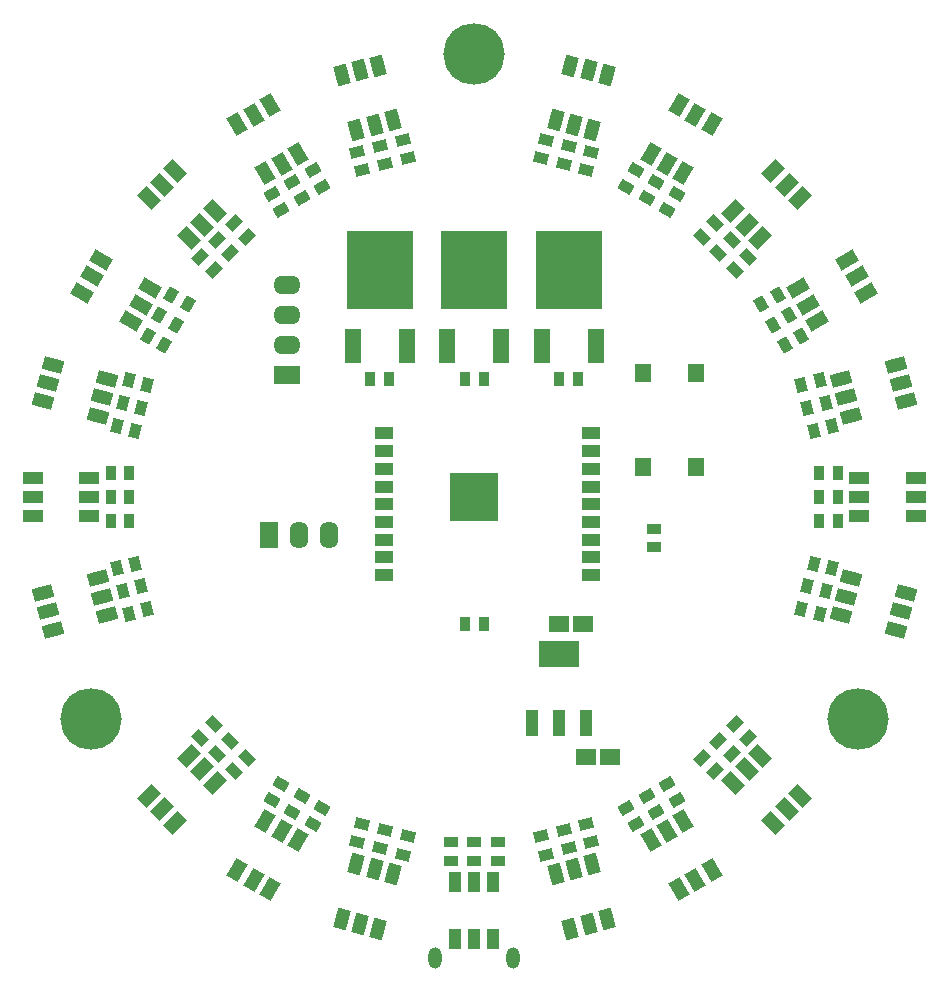
<source format=gbr>
%TF.GenerationSoftware,Altium Limited,Altium Designer,21.6.4 (81)*%
G04 Layer_Color=8388736*
%FSLAX45Y45*%
%MOMM*%
%TF.SameCoordinates,213DF370-AA75-4346-93E6-04E6A5F56B15*%
%TF.FilePolarity,Negative*%
%TF.FileFunction,Soldermask,Top*%
%TF.Part,Single*%
G01*
G75*
%TA.AperFunction,SMDPad,CuDef*%
%ADD36R,1.60000X1.00000*%
%TA.AperFunction,ComponentPad*%
G04:AMPARAMS|DCode=60|XSize=1.1032mm|YSize=1.8032mm|CornerRadius=0.5516mm|HoleSize=0mm|Usage=FLASHONLY|Rotation=180.000|XOffset=0mm|YOffset=0mm|HoleType=Round|Shape=RoundedRectangle|*
%AMROUNDEDRECTD60*
21,1,1.10320,0.70000,0,0,180.0*
21,1,0.00000,1.80320,0,0,180.0*
1,1,1.10320,0.00000,0.35000*
1,1,1.10320,0.00000,0.35000*
1,1,1.10320,0.00000,-0.35000*
1,1,1.10320,0.00000,-0.35000*
%
%ADD60ROUNDEDRECTD60*%
%ADD61R,1.60000X2.30000*%
%ADD62O,1.60000X2.30000*%
%ADD63R,4.10000X4.10000*%
%ADD64O,2.30000X1.60000*%
%ADD65R,2.30000X1.60000*%
%ADD66C,5.20320*%
%TA.AperFunction,SMDPad,CuDef*%
%ADD70R,0.90320X1.20320*%
%ADD71R,1.05000X2.25000*%
%ADD72R,3.35000X2.25000*%
G04:AMPARAMS|DCode=73|XSize=1.7mm|YSize=1.1mm|CornerRadius=0mm|HoleSize=0mm|Usage=FLASHONLY|Rotation=315.000|XOffset=0mm|YOffset=0mm|HoleType=Round|Shape=Rectangle|*
%AMROTATEDRECTD73*
4,1,4,-0.98995,0.21213,-0.21213,0.98995,0.98995,-0.21213,0.21213,-0.98995,-0.98995,0.21213,0.0*
%
%ADD73ROTATEDRECTD73*%

G04:AMPARAMS|DCode=74|XSize=0.9032mm|YSize=1.2032mm|CornerRadius=0mm|HoleSize=0mm|Usage=FLASHONLY|Rotation=75.000|XOffset=0mm|YOffset=0mm|HoleType=Round|Shape=Rectangle|*
%AMROTATEDRECTD74*
4,1,4,0.46422,-0.59192,-0.69798,-0.28051,-0.46422,0.59192,0.69798,0.28051,0.46422,-0.59192,0.0*
%
%ADD74ROTATEDRECTD74*%

G04:AMPARAMS|DCode=75|XSize=0.9032mm|YSize=1.2032mm|CornerRadius=0mm|HoleSize=0mm|Usage=FLASHONLY|Rotation=60.000|XOffset=0mm|YOffset=0mm|HoleType=Round|Shape=Rectangle|*
%AMROTATEDRECTD75*
4,1,4,0.29520,-0.69190,-0.74680,-0.09030,-0.29520,0.69190,0.74680,0.09030,0.29520,-0.69190,0.0*
%
%ADD75ROTATEDRECTD75*%

G04:AMPARAMS|DCode=76|XSize=0.9032mm|YSize=1.2032mm|CornerRadius=0mm|HoleSize=0mm|Usage=FLASHONLY|Rotation=345.000|XOffset=0mm|YOffset=0mm|HoleType=Round|Shape=Rectangle|*
%AMROTATEDRECTD76*
4,1,4,-0.59192,-0.46422,-0.28051,0.69798,0.59192,0.46422,0.28051,-0.69798,-0.59192,-0.46422,0.0*
%
%ADD76ROTATEDRECTD76*%

G04:AMPARAMS|DCode=77|XSize=0.9032mm|YSize=1.2032mm|CornerRadius=0mm|HoleSize=0mm|Usage=FLASHONLY|Rotation=315.000|XOffset=0mm|YOffset=0mm|HoleType=Round|Shape=Rectangle|*
%AMROTATEDRECTD77*
4,1,4,-0.74473,-0.10607,0.10607,0.74473,0.74473,0.10607,-0.10607,-0.74473,-0.74473,-0.10607,0.0*
%
%ADD77ROTATEDRECTD77*%

G04:AMPARAMS|DCode=78|XSize=0.9032mm|YSize=1.2032mm|CornerRadius=0mm|HoleSize=0mm|Usage=FLASHONLY|Rotation=285.000|XOffset=0mm|YOffset=0mm|HoleType=Round|Shape=Rectangle|*
%AMROTATEDRECTD78*
4,1,4,-0.69798,0.28051,0.46422,0.59192,0.69798,-0.28051,-0.46422,-0.59192,-0.69798,0.28051,0.0*
%
%ADD78ROTATEDRECTD78*%

G04:AMPARAMS|DCode=79|XSize=0.9032mm|YSize=1.2032mm|CornerRadius=0mm|HoleSize=0mm|Usage=FLASHONLY|Rotation=120.000|XOffset=0mm|YOffset=0mm|HoleType=Round|Shape=Rectangle|*
%AMROTATEDRECTD79*
4,1,4,0.74680,-0.09030,-0.29520,-0.69190,-0.74680,0.09030,0.29520,0.69190,0.74680,-0.09030,0.0*
%
%ADD79ROTATEDRECTD79*%

G04:AMPARAMS|DCode=80|XSize=1.7mm|YSize=1.1mm|CornerRadius=0mm|HoleSize=0mm|Usage=FLASHONLY|Rotation=45.000|XOffset=0mm|YOffset=0mm|HoleType=Round|Shape=Rectangle|*
%AMROTATEDRECTD80*
4,1,4,-0.21213,-0.98995,-0.98995,-0.21213,0.21213,0.98995,0.98995,0.21213,-0.21213,-0.98995,0.0*
%
%ADD80ROTATEDRECTD80*%

G04:AMPARAMS|DCode=81|XSize=0.9032mm|YSize=1.2032mm|CornerRadius=0mm|HoleSize=0mm|Usage=FLASHONLY|Rotation=15.000|XOffset=0mm|YOffset=0mm|HoleType=Round|Shape=Rectangle|*
%AMROTATEDRECTD81*
4,1,4,-0.28051,-0.69798,-0.59192,0.46422,0.28051,0.69798,0.59192,-0.46422,-0.28051,-0.69798,0.0*
%
%ADD81ROTATEDRECTD81*%

%ADD82R,5.65000X6.60000*%
%ADD83R,1.35000X2.95000*%
%ADD84R,1.20320X0.90320*%
G04:AMPARAMS|DCode=85|XSize=0.9032mm|YSize=1.2032mm|CornerRadius=0mm|HoleSize=0mm|Usage=FLASHONLY|Rotation=45.000|XOffset=0mm|YOffset=0mm|HoleType=Round|Shape=Rectangle|*
%AMROTATEDRECTD85*
4,1,4,0.10607,-0.74473,-0.74473,0.10607,-0.10607,0.74473,0.74473,-0.10607,0.10607,-0.74473,0.0*
%
%ADD85ROTATEDRECTD85*%

%ADD86R,1.65320X1.35320*%
G04:AMPARAMS|DCode=87|XSize=0.9032mm|YSize=1.2032mm|CornerRadius=0mm|HoleSize=0mm|Usage=FLASHONLY|Rotation=210.000|XOffset=0mm|YOffset=0mm|HoleType=Round|Shape=Rectangle|*
%AMROTATEDRECTD87*
4,1,4,0.09030,0.74680,0.69190,-0.29520,-0.09030,-0.74680,-0.69190,0.29520,0.09030,0.74680,0.0*
%
%ADD87ROTATEDRECTD87*%

%ADD88R,1.40000X1.65000*%
G04:AMPARAMS|DCode=89|XSize=0.9032mm|YSize=1.2032mm|CornerRadius=0mm|HoleSize=0mm|Usage=FLASHONLY|Rotation=330.000|XOffset=0mm|YOffset=0mm|HoleType=Round|Shape=Rectangle|*
%AMROTATEDRECTD89*
4,1,4,-0.69190,-0.29520,-0.09030,0.74680,0.69190,0.29520,0.09030,-0.74680,-0.69190,-0.29520,0.0*
%
%ADD89ROTATEDRECTD89*%

G04:AMPARAMS|DCode=90|XSize=1.7mm|YSize=1.1mm|CornerRadius=0mm|HoleSize=0mm|Usage=FLASHONLY|Rotation=105.000|XOffset=0mm|YOffset=0mm|HoleType=Round|Shape=Rectangle|*
%AMROTATEDRECTD90*
4,1,4,0.75126,-0.67869,-0.31126,-0.96339,-0.75126,0.67869,0.31126,0.96339,0.75126,-0.67869,0.0*
%
%ADD90ROTATEDRECTD90*%

G04:AMPARAMS|DCode=91|XSize=1.7mm|YSize=1.1mm|CornerRadius=0mm|HoleSize=0mm|Usage=FLASHONLY|Rotation=120.000|XOffset=0mm|YOffset=0mm|HoleType=Round|Shape=Rectangle|*
%AMROTATEDRECTD91*
4,1,4,0.90132,-0.46112,-0.05132,-1.01112,-0.90132,0.46112,0.05132,1.01112,0.90132,-0.46112,0.0*
%
%ADD91ROTATEDRECTD91*%

G04:AMPARAMS|DCode=92|XSize=1.7mm|YSize=1.1mm|CornerRadius=0mm|HoleSize=0mm|Usage=FLASHONLY|Rotation=150.000|XOffset=0mm|YOffset=0mm|HoleType=Round|Shape=Rectangle|*
%AMROTATEDRECTD92*
4,1,4,1.01112,0.05132,0.46112,-0.90132,-1.01112,-0.05132,-0.46112,0.90132,1.01112,0.05132,0.0*
%
%ADD92ROTATEDRECTD92*%

G04:AMPARAMS|DCode=93|XSize=1.7mm|YSize=1.1mm|CornerRadius=0mm|HoleSize=0mm|Usage=FLASHONLY|Rotation=165.000|XOffset=0mm|YOffset=0mm|HoleType=Round|Shape=Rectangle|*
%AMROTATEDRECTD93*
4,1,4,0.96339,0.31126,0.67869,-0.75126,-0.96339,-0.31126,-0.67869,0.75126,0.96339,0.31126,0.0*
%
%ADD93ROTATEDRECTD93*%

%ADD94R,1.70000X1.10000*%
G04:AMPARAMS|DCode=95|XSize=1.7mm|YSize=1.1mm|CornerRadius=0mm|HoleSize=0mm|Usage=FLASHONLY|Rotation=195.000|XOffset=0mm|YOffset=0mm|HoleType=Round|Shape=Rectangle|*
%AMROTATEDRECTD95*
4,1,4,0.67869,0.75126,0.96339,-0.31126,-0.67869,-0.75126,-0.96339,0.31126,0.67869,0.75126,0.0*
%
%ADD95ROTATEDRECTD95*%

G04:AMPARAMS|DCode=96|XSize=1.7mm|YSize=1.1mm|CornerRadius=0mm|HoleSize=0mm|Usage=FLASHONLY|Rotation=240.000|XOffset=0mm|YOffset=0mm|HoleType=Round|Shape=Rectangle|*
%AMROTATEDRECTD96*
4,1,4,-0.05132,1.01112,0.90132,0.46112,0.05132,-1.01112,-0.90132,-0.46112,-0.05132,1.01112,0.0*
%
%ADD96ROTATEDRECTD96*%

G04:AMPARAMS|DCode=97|XSize=1.7mm|YSize=1.1mm|CornerRadius=0mm|HoleSize=0mm|Usage=FLASHONLY|Rotation=255.000|XOffset=0mm|YOffset=0mm|HoleType=Round|Shape=Rectangle|*
%AMROTATEDRECTD97*
4,1,4,-0.31126,0.96339,0.75126,0.67869,0.31126,-0.96339,-0.75126,-0.67869,-0.31126,0.96339,0.0*
%
%ADD97ROTATEDRECTD97*%

%ADD98R,1.10000X1.70000*%
G04:AMPARAMS|DCode=99|XSize=1.7mm|YSize=1.1mm|CornerRadius=0mm|HoleSize=0mm|Usage=FLASHONLY|Rotation=30.000|XOffset=0mm|YOffset=0mm|HoleType=Round|Shape=Rectangle|*
%AMROTATEDRECTD99*
4,1,4,-0.46112,-0.90132,-1.01112,0.05132,0.46112,0.90132,1.01112,-0.05132,-0.46112,-0.90132,0.0*
%
%ADD99ROTATEDRECTD99*%

D36*
X-765000Y-661000D02*
D03*
X-764999Y-511000D02*
D03*
X-765000Y-361000D02*
D03*
Y-211000D02*
D03*
Y-61000D02*
D03*
Y89000D02*
D03*
X-765000Y239001D02*
D03*
X-764999Y389000D02*
D03*
Y539000D02*
D03*
X985000D02*
D03*
X985000Y389000D02*
D03*
Y239000D02*
D03*
Y89000D02*
D03*
Y-61000D02*
D03*
Y-211000D02*
D03*
X985000Y-361000D02*
D03*
Y-511000D02*
D03*
Y-661000D02*
D03*
D60*
X330000Y-3900000D02*
D03*
X-330000D02*
D03*
D61*
X-1739902Y-325122D02*
D03*
D62*
X-1485901Y-325121D02*
D03*
X-1231900Y-325120D02*
D03*
D63*
X0Y0D02*
D03*
D64*
X-1587499Y1793240D02*
D03*
X-1587500Y1285240D02*
D03*
Y1539241D02*
D03*
D65*
X-1587500Y1031240D02*
D03*
D66*
X3247592Y-1874998D02*
D03*
X0Y3749997D02*
D03*
X-3247592Y-1874998D02*
D03*
D70*
X-80000Y-1071880D02*
D03*
X80000D02*
D03*
X-80000Y1000000D02*
D03*
X80000Y1000000D02*
D03*
X720000Y1000000D02*
D03*
X880000Y1000000D02*
D03*
X-880000Y1000000D02*
D03*
X-720000Y1000000D02*
D03*
X2919997Y200000D02*
D03*
X3079997Y200000D02*
D03*
X2920000Y0D02*
D03*
X3080000Y-0D02*
D03*
X2920000Y-200000D02*
D03*
X3080000D02*
D03*
X-2920000Y-200000D02*
D03*
X-3080000Y-200000D02*
D03*
X-2920000Y0D02*
D03*
X-3080000Y0D02*
D03*
X-2920000Y200000D02*
D03*
X-3080000Y200000D02*
D03*
D71*
X486280Y-1912620D02*
D03*
X716280Y-1912620D02*
D03*
X946280Y-1912620D02*
D03*
D72*
X716281Y-1332621D02*
D03*
D73*
X2531441Y-2757714D02*
D03*
X2644577Y-2644577D02*
D03*
X2757714Y-2531440D02*
D03*
X2418303Y-2192029D02*
D03*
X2305166Y-2305166D02*
D03*
X2192029Y-2418303D02*
D03*
X-2192030Y2418303D02*
D03*
X-2305166Y2305166D02*
D03*
X-2418303Y2192029D02*
D03*
X-2757714Y2531440D02*
D03*
X-2644577Y2644577D02*
D03*
X-2531440Y2757714D02*
D03*
D74*
X-562566Y-2872265D02*
D03*
X-603976Y-3026813D02*
D03*
X-948936Y-2768737D02*
D03*
X-990347Y-2923285D02*
D03*
X562566Y2872264D02*
D03*
X603977Y3026812D02*
D03*
X755751Y2820500D02*
D03*
X797162Y2975049D02*
D03*
X-755751Y-2820500D02*
D03*
X-797162Y-2975049D02*
D03*
X948935Y2768737D02*
D03*
X990348Y2923285D02*
D03*
D75*
X-1286793Y-2628792D02*
D03*
X-1366793Y-2767356D02*
D03*
X1286795Y2628794D02*
D03*
X1366795Y2767358D02*
D03*
X1459998Y2528791D02*
D03*
X1539999Y2667356D02*
D03*
X1633204Y2428794D02*
D03*
X1713205Y2567358D02*
D03*
X-1459998Y-2528791D02*
D03*
X-1539999Y-2667356D02*
D03*
X-1633203Y-2428792D02*
D03*
X-1713204Y-2567356D02*
D03*
D76*
X-2768736Y948936D02*
D03*
X-2923284Y990347D02*
D03*
X-2872264Y562566D02*
D03*
X-3026813Y603977D02*
D03*
X-2820500Y755751D02*
D03*
X-2975049Y797162D02*
D03*
X2820501Y-755751D02*
D03*
X2975049Y-797162D02*
D03*
X2768740Y-948936D02*
D03*
X2923288Y-990348D02*
D03*
X2872266Y-562567D02*
D03*
X3026815Y-603978D02*
D03*
D77*
X-1923327Y2206170D02*
D03*
X-2036465Y2319307D02*
D03*
X-2206171Y1923328D02*
D03*
X-2319307Y2036465D02*
D03*
X-2064750Y2064749D02*
D03*
X-2177887Y2177887D02*
D03*
X2206172Y-1923330D02*
D03*
X2319310Y-2036468D02*
D03*
X1923330Y-2206173D02*
D03*
X2036468Y-2319310D02*
D03*
X2064750Y-2064750D02*
D03*
X2177887Y-2177887D02*
D03*
D78*
X-948936Y2768736D02*
D03*
X-990347Y2923284D02*
D03*
X-562566Y2872265D02*
D03*
X-603977Y3026813D02*
D03*
X-755751Y2820501D02*
D03*
X-797162Y2975049D02*
D03*
X948936Y-2768737D02*
D03*
X990347Y-2923285D02*
D03*
X755751Y-2820500D02*
D03*
X797162Y-2975049D02*
D03*
X562566Y-2872264D02*
D03*
X603977Y-3026812D02*
D03*
D79*
X1633205Y-2428794D02*
D03*
X1713204Y-2567359D02*
D03*
X1459999Y-2528791D02*
D03*
X1539998Y-2667357D02*
D03*
X1286796Y-2628794D02*
D03*
X1366795Y-2767358D02*
D03*
X-1633203Y2428792D02*
D03*
X-1713204Y2567356D02*
D03*
X-1459999Y2528792D02*
D03*
X-1539999Y2667356D02*
D03*
X-1286792Y2628791D02*
D03*
X-1366792Y2767355D02*
D03*
D80*
X2757714Y2531440D02*
D03*
X2644577Y2644577D02*
D03*
X2531440Y2757714D02*
D03*
X2192029Y2418303D02*
D03*
X2305166Y2305166D02*
D03*
X2418303Y2192029D02*
D03*
X-2418303Y-2192029D02*
D03*
X-2305166Y-2305166D02*
D03*
X-2192029Y-2418303D02*
D03*
X-2531441Y-2757714D02*
D03*
X-2644577Y-2644577D02*
D03*
X-2757714Y-2531440D02*
D03*
D81*
X-2768737Y-948936D02*
D03*
X-2923285Y-990347D02*
D03*
X-2820500Y-755751D02*
D03*
X-2975049Y-797162D02*
D03*
X-2872265Y-562566D02*
D03*
X-3026813Y-603976D02*
D03*
X2768736Y948937D02*
D03*
X2923285Y990348D02*
D03*
X2820500Y755751D02*
D03*
X2975049Y797162D02*
D03*
X2872264Y562566D02*
D03*
X3026812Y603977D02*
D03*
D82*
X0Y1920000D02*
D03*
X800000D02*
D03*
X-800000D02*
D03*
D83*
X228000Y1280000D02*
D03*
X-228000D02*
D03*
X1028000D02*
D03*
X572000D02*
D03*
X-572000Y1280000D02*
D03*
X-1028000Y1280000D02*
D03*
D84*
X200000Y-2920000D02*
D03*
Y-3080000D02*
D03*
X0Y-2919997D02*
D03*
X0Y-3079997D02*
D03*
X-200000Y-2920000D02*
D03*
Y-3080000D02*
D03*
X1523000Y-426000D02*
D03*
Y-266000D02*
D03*
D85*
X-1923329Y-2206171D02*
D03*
X-2036465Y-2319308D02*
D03*
X-2064749Y-2064749D02*
D03*
X-2177887Y-2177887D02*
D03*
X-2206171Y-1923328D02*
D03*
X-2319309Y-2036466D02*
D03*
X1923328Y2206171D02*
D03*
X2036466Y2319308D02*
D03*
X2064750Y2064750D02*
D03*
X2177887Y2177887D02*
D03*
X2206171Y1923329D02*
D03*
X2319309Y2036466D02*
D03*
D86*
X1146280Y-2200000D02*
D03*
X946280Y-2200000D02*
D03*
X916280Y-1071881D02*
D03*
X716281Y-1071880D02*
D03*
D87*
X2428792Y1633203D02*
D03*
X2567356Y1713203D02*
D03*
X2528791Y1459999D02*
D03*
X2667356Y1539999D02*
D03*
X2628792Y1286793D02*
D03*
X2767356Y1366794D02*
D03*
D88*
X1425000Y1047500D02*
D03*
X1875000D02*
D03*
Y252500D02*
D03*
X1425000D02*
D03*
D89*
X-2628792Y1286792D02*
D03*
X-2767356Y1366793D02*
D03*
X-2528792Y1459998D02*
D03*
X-2667356Y1539999D02*
D03*
X-2428793Y1633203D02*
D03*
X-2567356Y1713204D02*
D03*
D90*
X-689202Y3190327D02*
D03*
X-843749Y3148915D02*
D03*
X-998297Y3107504D02*
D03*
X-1122530Y3571148D02*
D03*
X-967982Y3612560D02*
D03*
X-813435Y3653971D02*
D03*
X689202Y-3190327D02*
D03*
X843749Y-3148915D02*
D03*
X998297Y-3107504D02*
D03*
X1122530Y-3571148D02*
D03*
X967982Y-3612559D02*
D03*
X813434Y-3653971D02*
D03*
D91*
X-1491434Y2903240D02*
D03*
X-1629999Y2823240D02*
D03*
X-1768563Y2743240D02*
D03*
X-2008563Y3158933D02*
D03*
X-1869999Y3238933D02*
D03*
X-1731435Y3318933D02*
D03*
X1491434Y-2903240D02*
D03*
X1629998Y-2823240D02*
D03*
X1768563Y-2743240D02*
D03*
X2008563Y-3158932D02*
D03*
X1869998Y-3238933D02*
D03*
X1731434Y-3318932D02*
D03*
D92*
X-2743240Y1768562D02*
D03*
X-2823240Y1629999D02*
D03*
X-2903240Y1491434D02*
D03*
X-3318933Y1731435D02*
D03*
X-3238932Y1869999D02*
D03*
X-3158932Y2008563D02*
D03*
D93*
X-3107505Y998297D02*
D03*
X-3148915Y843750D02*
D03*
X-3190326Y689202D02*
D03*
X-3653970Y813434D02*
D03*
X-3612559Y967983D02*
D03*
X-3571149Y1122530D02*
D03*
X3107504Y-998297D02*
D03*
X3148915Y-843749D02*
D03*
X3190326Y-689202D02*
D03*
X3653971Y-813435D02*
D03*
X3612560Y-967983D02*
D03*
X3571149Y-1122530D02*
D03*
D94*
X-3259997Y160000D02*
D03*
Y0D02*
D03*
Y-160000D02*
D03*
X-3739997Y-160000D02*
D03*
Y0D02*
D03*
Y160000D02*
D03*
X3259997Y-160000D02*
D03*
X3259997Y-0D02*
D03*
X3259997Y160000D02*
D03*
X3739997Y160000D02*
D03*
X3739997Y0D02*
D03*
X3739997Y-160000D02*
D03*
D95*
X-3190327Y-689202D02*
D03*
X-3148915Y-843749D02*
D03*
X-3107505Y-998298D02*
D03*
X-3571148Y-1122530D02*
D03*
X-3612560Y-967982D02*
D03*
X-3653970Y-813434D02*
D03*
X3190327Y689202D02*
D03*
X3148915Y843749D02*
D03*
X3107504Y998297D02*
D03*
X3571148Y1122530D02*
D03*
X3612560Y967982D02*
D03*
X3653971Y813434D02*
D03*
D96*
X-1768563Y-2743240D02*
D03*
X-1629999Y-2823240D02*
D03*
X-1491434Y-2903240D02*
D03*
X-1731434Y-3318933D02*
D03*
X-1869999Y-3238932D02*
D03*
X-2008563Y-3158932D02*
D03*
X1768562Y2743241D02*
D03*
X1629998Y2823240D02*
D03*
X1491434Y2903240D02*
D03*
X1731435Y3318932D02*
D03*
X1869999Y3238932D02*
D03*
X2008563Y3158932D02*
D03*
D97*
X-998297Y-3107504D02*
D03*
X-843749Y-3148915D02*
D03*
X-689201Y-3190327D02*
D03*
X-813434Y-3653971D02*
D03*
X-967983Y-3612560D02*
D03*
X-1122530Y-3571148D02*
D03*
X998298Y3107504D02*
D03*
X843749Y3148916D02*
D03*
X689201Y3190327D02*
D03*
X813434Y3653971D02*
D03*
X967983Y3612559D02*
D03*
X1122531Y3571148D02*
D03*
D98*
X-160000Y-3259997D02*
D03*
X-0D02*
D03*
X160000Y-3259997D02*
D03*
Y-3739997D02*
D03*
X-0D02*
D03*
X-160000Y-3739997D02*
D03*
D99*
X2903241Y1491435D02*
D03*
X2823240Y1629999D02*
D03*
X2743240Y1768563D02*
D03*
X3158932Y2008562D02*
D03*
X3238933Y1869999D02*
D03*
X3318933Y1731434D02*
D03*
%TF.MD5,5e88416ef7d415e3385d789f05944147*%
M02*

</source>
